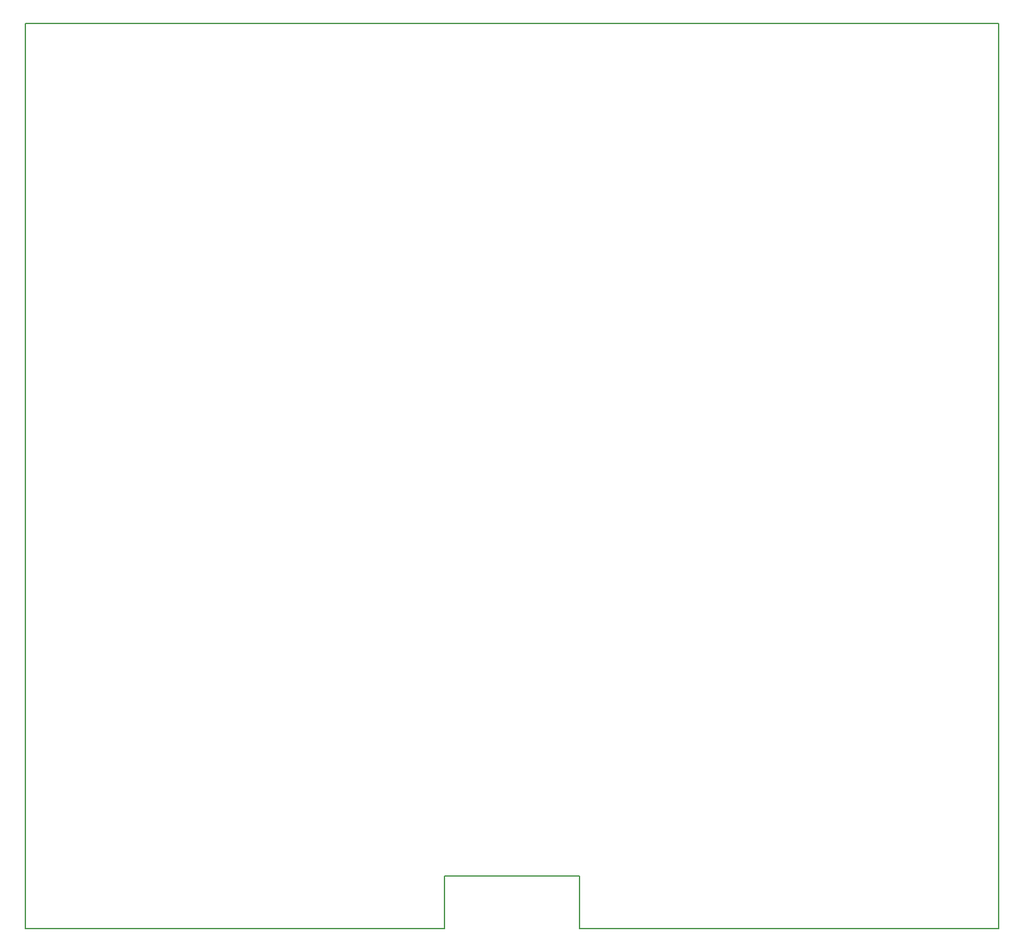
<source format=gbr>
G04 #@! TF.GenerationSoftware,KiCad,Pcbnew,(5.0.0)*
G04 #@! TF.CreationDate,2019-05-01T16:30:08-07:00*
G04 #@! TF.ProjectId,SSB Cap Board,5353422043617020426F6172642E6B69,rev?*
G04 #@! TF.SameCoordinates,Original*
G04 #@! TF.FileFunction,Profile,NP*
%FSLAX46Y46*%
G04 Gerber Fmt 4.6, Leading zero omitted, Abs format (unit mm)*
G04 Created by KiCad (PCBNEW (5.0.0)) date 05/01/19 16:30:08*
%MOMM*%
%LPD*%
G01*
G04 APERTURE LIST*
%ADD10C,0.200000*%
G04 APERTURE END LIST*
D10*
X9000000Y-7000000D02*
X65000000Y-7000000D01*
X9000000Y0D02*
X9000000Y-7000000D01*
X-9000000Y0D02*
X-9000000Y-7000000D01*
X-9000000Y0D02*
X9000000Y0D01*
X65000000Y-7000000D02*
X65000000Y114000000D01*
X-65000000Y114000000D02*
X65000000Y114000000D01*
X-65000000Y-7000000D02*
X-65000000Y114000000D01*
X-65000000Y-7000000D02*
X-9000000Y-7000000D01*
M02*

</source>
